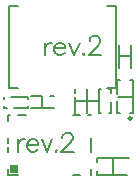
<source format=gto>
G04*
G04 #@! TF.GenerationSoftware,Altium Limited,Altium Designer,24.4.1 (13)*
G04*
G04 Layer_Color=65535*
%FSLAX44Y44*%
%MOMM*%
G71*
G04*
G04 #@! TF.SameCoordinates,28F1A65D-C94C-4449-B5D0-91F898947E48*
G04*
G04*
G04 #@! TF.FilePolarity,Positive*
G04*
G01*
G75*
%ADD10C,0.1000*%
%ADD11C,0.2500*%
%ADD12C,0.2000*%
%ADD13C,0.1500*%
%ADD14R,0.7620X0.7620*%
D10*
X28000Y71000D02*
G03*
X28000Y72000I0J500D01*
G01*
D02*
G03*
X28000Y71000I0J-500D01*
G01*
D11*
X116500Y51500D02*
G03*
X116500Y51500I-1250J0D01*
G01*
D12*
X12000Y49000D02*
Y54000D01*
X13646D01*
X20354D02*
X27000D01*
X67000Y4000D02*
X72969D01*
X82000Y23000D02*
Y35000D01*
X67000Y54000D02*
X72646D01*
X79354D02*
X82000D01*
X12000Y4000D02*
Y9000D01*
Y23000D02*
Y26938D01*
Y31062D02*
Y35000D01*
X82000Y4000D02*
Y9000D01*
X12000Y4000D02*
X19969D01*
X13000Y77000D02*
X20000D01*
X13000D02*
Y147000D01*
X20000D01*
X96000D02*
X103000D01*
Y77000D02*
Y147000D01*
X96000Y77000D02*
X103000D01*
X20234Y33666D02*
Y23002D01*
Y29096D02*
X20995Y31381D01*
X22519Y32904D01*
X24042Y33666D01*
X26328D01*
X27775Y29096D02*
X36916D01*
Y30619D01*
X36154Y32143D01*
X35392Y32904D01*
X33869Y33666D01*
X31584D01*
X30060Y32904D01*
X28537Y31381D01*
X27775Y29096D01*
Y27572D01*
X28537Y25287D01*
X30060Y23763D01*
X31584Y23002D01*
X33869D01*
X35392Y23763D01*
X36916Y25287D01*
X40344Y33666D02*
X44914Y23002D01*
X49485Y33666D02*
X44914Y23002D01*
X52836Y24525D02*
X52074Y23763D01*
X52836Y23002D01*
X53598Y23763D01*
X52836Y24525D01*
X57864Y35190D02*
Y35951D01*
X58625Y37475D01*
X59387Y38236D01*
X60911Y38998D01*
X63958D01*
X65481Y38236D01*
X66243Y37475D01*
X67005Y35951D01*
Y34428D01*
X66243Y32904D01*
X64719Y30619D01*
X57102Y23002D01*
X67766D01*
X43234Y115666D02*
Y105002D01*
Y111096D02*
X43995Y113381D01*
X45519Y114904D01*
X47042Y115666D01*
X49328D01*
X50775Y111096D02*
X59916D01*
Y112619D01*
X59154Y114143D01*
X58392Y114904D01*
X56869Y115666D01*
X54584D01*
X53060Y114904D01*
X51537Y113381D01*
X50775Y111096D01*
Y109572D01*
X51537Y107287D01*
X53060Y105764D01*
X54584Y105002D01*
X56869D01*
X58392Y105764D01*
X59916Y107287D01*
X63344Y115666D02*
X67914Y105002D01*
X72484Y115666D02*
X67914Y105002D01*
X75836Y106525D02*
X75074Y105764D01*
X75836Y105002D01*
X76598Y105764D01*
X75836Y106525D01*
X80864Y117190D02*
Y117951D01*
X81625Y119475D01*
X82387Y120237D01*
X83911Y120998D01*
X86958D01*
X88481Y120237D01*
X89243Y119475D01*
X90005Y117951D01*
Y116428D01*
X89243Y114904D01*
X87719Y112619D01*
X80102Y105002D01*
X90766D01*
D13*
X97000Y56000D02*
X99000D01*
X68920Y66000D02*
X79080D01*
X97000Y76000D02*
X99000D01*
Y72750D02*
Y76000D01*
Y56000D02*
Y65250D01*
X79080Y56000D02*
Y76000D01*
X89000D02*
X91000D01*
X78920Y56000D02*
Y76000D01*
X89000Y56000D02*
X91000D01*
X89000D02*
Y76000D01*
X89080Y56000D02*
Y76000D01*
X68920Y72642D02*
Y76000D01*
Y56000D02*
Y69358D01*
X14611Y70000D02*
X28600D01*
Y68000D02*
Y70000D01*
X8600Y68000D02*
Y69989D01*
Y60000D02*
Y62000D01*
X28600Y60000D02*
Y62000D01*
X16611Y60000D02*
X28600D01*
X8600D02*
X10589D01*
X116080Y94000D02*
Y114000D01*
X105920Y94000D02*
Y114000D01*
X47088Y70080D02*
X51000D01*
X31000D02*
X40912D01*
X41000Y59920D02*
Y69989D01*
X105920Y104000D02*
X116080D01*
X31000Y59920D02*
X51000D01*
X87000Y18000D02*
X114564D01*
X101000Y4000D02*
Y18000D01*
X87000Y15000D02*
Y18000D01*
Y4000D02*
Y7000D01*
X78920Y66000D02*
X89080D01*
X87000Y4000D02*
X112989D01*
X104000Y84000D02*
X107000D01*
X105131Y70000D02*
X118000D01*
X115000Y84000D02*
X118000D01*
X104000Y56000D02*
X107000D01*
X104000Y72011D02*
Y84000D01*
Y56000D02*
Y65989D01*
X118000Y56000D02*
Y84000D01*
X115000Y56000D02*
X118000D01*
D14*
X17114Y9068D02*
D03*
M02*

</source>
